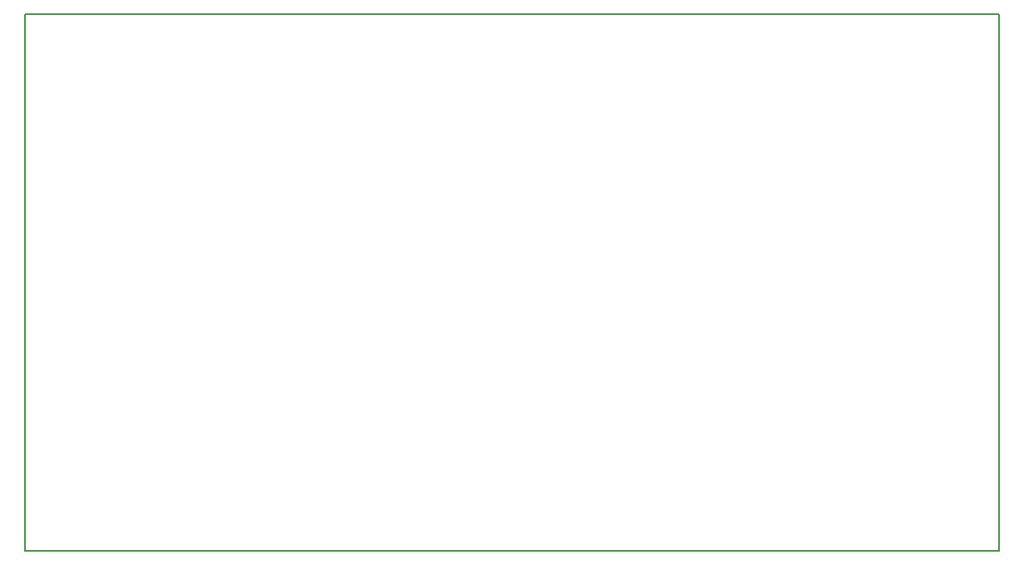
<source format=gm1>
G04 #@! TF.FileFunction,Profile,NP*
%FSLAX46Y46*%
G04 Gerber Fmt 4.6, Leading zero omitted, Abs format (unit mm)*
G04 Created by KiCad (PCBNEW 4.0.6) date 05/15/17 22:01:48*
%MOMM*%
%LPD*%
G01*
G04 APERTURE LIST*
%ADD10C,0.100000*%
%ADD11C,0.150000*%
G04 APERTURE END LIST*
D10*
D11*
X208280000Y-144780000D02*
X109220000Y-144780000D01*
X208280000Y-90170000D02*
X208280000Y-144780000D01*
X109220000Y-90170000D02*
X208280000Y-90170000D01*
X109220000Y-144780000D02*
X109220000Y-90170000D01*
M02*

</source>
